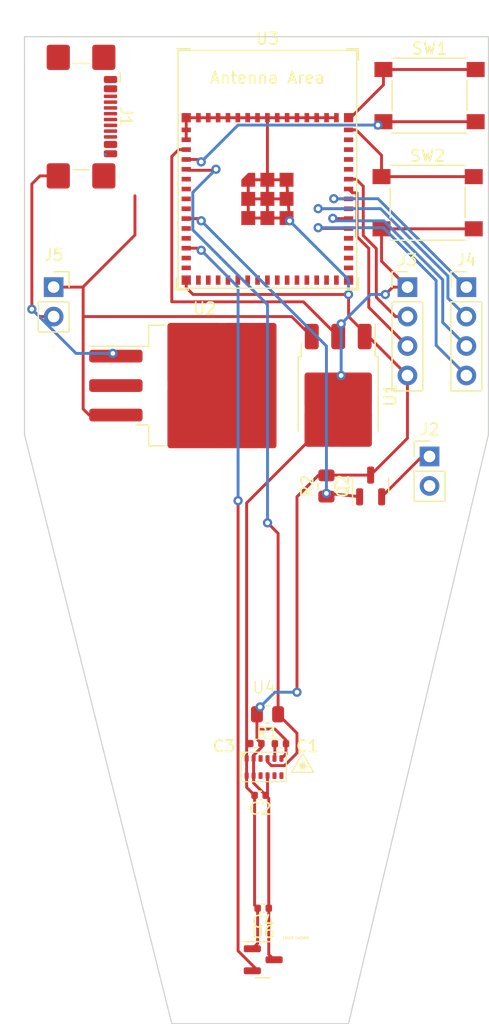
<source format=kicad_pcb>
(kicad_pcb (version 20221018) (generator pcbnew)
  (layers (0 "F.Cu" signal) (31 "B.Cu" signal) (34 "B.Paste" user) (35 "F.Paste" user) (36 "B.SilkS" user "B.Silkscreen") (37 "F.SilkS" user "F.Silkscreen") (38 "B.Mask" user) (39 "F.Mask" user) (44 "Edge.Cuts" user))
  (net 0 "")
  (net 1 "GND")
  (net 2 "+3.3V")
  (net 3 "VIN")
  (net 4 "Net-(D1-A)")
  (net 7 "+5V")
  (net 8 "RX")
  (net 9 "TX")
  (net 10 "TMS")
  (net 11 "TDI")
  (net 12 "TDO")
  (net 13 "TCK")
  (net 14 "Enable_Motor")
  (net 15 "Enable")
  (net 16 "Net-(U3-GPIO0{slash}BOOT)")
  (net 17 "Net-(SW2-A)")
  (net 18 "SCL")
  (net 19 "SDA")
  (net 20 "GPIO0")
  (net 21 "GPIO1")
  (net 24 "Hall_Effect_Sensor")
  (net 34 "D-")
  (net 35 "D+")
  (net 48 "Net-(Q2-E)")
  (footprint "Resistor_SMD:R_0805_2012Metric" (layer "F.Cu") (at 134.62 93.98 180)
    (fp_text reference "R1" (at 0 -1.65) (layer "F.SilkS"))
    (fp_text value "1Mohm")
    (pad "1" smd roundrect (at -0.9125 0 180) (size 1.025 1.4) (layers "F.Cu" "F.Paste" "F.Mask") (roundrect_rratio 0.243902) (net 15 "Enable"))
    (pad "2" smd roundrect (at 0.9125 0 180) (size 1.025 1.4) (layers "F.Cu" "F.Paste" "F.Mask") (roundrect_rratio 0.243902) (net 1 "GND"))
  )
  (footprint "Connector_PinHeader_2.54mm:PinHeader_1x04_P2.54mm_Vertical" (layer "F.Cu") (at 146.685 57.15)
    (fp_text reference "J3" (at 0 -2.33) (layer "F.SilkS"))
    (fp_text value "UART")
    (pad "1" thru_hole rect (at 0 0) (size 1.7 1.7) (drill 1) (layers "*.Cu" "*.Mask") (net 2 "+3.3V"))
    (pad "2" thru_hole oval (at 0 2.54) (size 1.7 1.7) (drill 1) (layers "*.Cu" "*.Mask") (net 8 "RX"))
    (pad "3" thru_hole oval (at 0 5.08) (size 1.7 1.7) (drill 1) (layers "*.Cu" "*.Mask") (net 9 "TX"))
    (pad "4" thru_hole oval (at 0 7.62) (size 1.7 1.7) (drill 1) (layers "*.Cu" "*.Mask") (net 1 "GND"))
  )
  (footprint "Capacitor_SMD:C_0402_1005Metric" (layer "F.Cu") (at 134.2475 110.696 180)
    (fp_text reference "C4" (at 0 -1.16) (layer "F.SilkS"))
    (fp_text value " X7R 0.1 μF 6.3 V")
    (pad "1" smd roundrect (at -0.48 0 180) (size 0.56 0.62) (layers "F.Cu" "F.Paste" "F.Mask") (net 1 "GND"))
    (pad "2" smd roundrect (at 0.48 0 180) (size 0.56 0.62) (layers "F.Cu" "F.Paste" "F.Mask") (net 2 "+3.3V"))
  )
  (footprint "Capacitor_SMD:C_0402_1005Metric" (layer "F.Cu") (at 133.6125 96.499951 180)
    (fp_text reference "C3" (at 2.739856 -0.226049) (layer "F.SilkS"))
    (fp_text value " X7R 0.1 μF 6.3 V")
    (pad "1" smd roundrect (at -0.48 0 180) (size 0.56 0.62) (layers "F.Cu" "F.Paste" "F.Mask") (net 1 "GND"))
    (pad "2" smd roundrect (at 0.48 0 180) (size 0.56 0.62) (layers "F.Cu" "F.Paste" "F.Mask") (net 2 "+3.3V"))
  )
  (footprint "Connector_USB:USB_C_Receptacle_GCT_USB4110" (layer "F.Cu") (at 117.401529 42.451802 -90)
    (fp_text reference "J1" (at 0 -5.015 -90 unlocked) (layer "F.SilkS"))
    (fp_text value "USB_C_Receptacle_USB2.0")
    (pad "" np_thru_hole circle (at -2.89 -2.605 270) (size 0.65 0.65) (drill 0.65) (layers "F&B.Cu" "*.Mask"))
    (pad "" np_thru_hole circle (at 2.89 -2.605 270) (size 0.65 0.65) (drill 0.65) (layers "F&B.Cu" "*.Mask"))
    (pad "A1" smd roundrect (at -3.2 -3.68 270) (size 0.6 1.15) (layers "F.Cu" "F.Paste" "F.Mask") (net 1 "GND"))
    (pad "A4" smd roundrect (at -2.4 -3.68 270) (size 0.6 1.15) (layers "F.Cu" "F.Paste" "F.Mask") (net 4 "Net-(D1-A)"))
    (pad "A5" smd roundrect (at -1.25 -3.68 270) (size 0.3 1.15) (layers "F.Cu" "F.Paste" "F.Mask"))
    (pad "A6" smd roundrect (at -0.25 -3.68 270) (size 0.3 1.15) (layers "F.Cu" "F.Paste" "F.Mask") (net 35 "D+"))
    (pad "A7" smd roundrect (at 0.25 -3.68 270) (size 0.3 1.15) (layers "F.Cu" "F.Paste" "F.Mask") (net 34 "D-"))
    (pad "A8" smd roundrect (at 1.25 -3.68 270) (size 0.3 1.15) (layers "F.Cu" "F.Paste" "F.Mask"))
    (pad "A9" smd roundrect (at 2.4 -3.68 270) (size 0.6 1.15) (layers "F.Cu" "F.Paste" "F.Mask") (net 4 "Net-(D1-A)"))
    (pad "A12" smd roundrect (at 3.2 -3.68 270) (size 0.6 1.15) (layers "F.Cu" "F.Paste" "F.Mask") (net 1 "GND"))
    (pad "B1" smd roundrect (at 3.2 -3.68 270) (size 0.6 1.15) (layers "F.Cu" "F.Paste" "F.Mask") (net 1 "GND"))
    (pad "B4" smd roundrect (at 2.4 -3.68 270) (size 0.6 1.15) (layers "F.Cu" "F.Paste" "F.Mask") (net 4 "Net-(D1-A)"))
    (pad "B5" smd roundrect (at 1.75 -3.68 270) (size 0.3 1.15) (layers "F.Cu" "F.Paste" "F.Mask"))
    (pad "B6" smd roundrect (at 0.75 -3.68 270) (size 0.3 1.15) (layers "F.Cu" "F.Paste" "F.Mask") (net 35 "D+"))
    (pad "B7" smd roundrect (at -0.75 -3.68 270) (size 0.3 1.15) (layers "F.Cu" "F.Paste" "F.Mask") (net 34 "D-"))
    (pad "B8" smd roundrect (at -1.75 -3.68 270) (size 0.3 1.15) (layers "F.Cu" "F.Paste" "F.Mask"))
    (pad "B9" smd roundrect (at -2.4 -3.68 270) (size 0.6 1.15) (layers "F.Cu" "F.Paste" "F.Mask") (net 4 "Net-(D1-A)"))
    (pad "B12" smd roundrect (at -3.2 -3.68 270) (size 0.6 1.15) (layers "F.Cu" "F.Paste" "F.Mask") (net 1 "GND"))
    (pad "S1" smd roundrect (at -5.11 -3.105 270) (size 2.18 2) (layers "F.Cu" "F.Paste" "F.Mask") (roundrect_rratio 0.125) (net 1 "GND"))
    (pad "S1" smd roundrect (at -5.11 0.825 270) (size 2.18 2) (layers "F.Cu" "F.Paste" "F.Mask") (roundrect_rratio 0.125) (net 1 "GND"))
    (pad "S1" smd roundrect (at 5.11 -3.105 270) (size 2.18 2) (layers "F.Cu" "F.Paste" "F.Mask") (roundrect_rratio 0.125) (net 1 "GND"))
    (pad "S1" smd roundrect (at 5.11 0.825 270) (size 2.18 2) (layers "F.Cu" "F.Paste" "F.Mask") (roundrect_rratio 0.125) (net 1 "GND"))
  )
  (footprint "Package_TO_SOT_SMD:TO-263-3_TabPin2" (layer "F.Cu") (at 129.195 65.64)
    (fp_text reference "U2" (at 0 -6.65) (layer "F.SilkS"))
    (fp_text value "LM1117S-5.0")
    (pad "1" smd roundrect (at -7.65 -2.54) (size 4.6 1.1) (layers "F.Cu" "F.Paste" "F.Mask") (roundrect_rratio 0.227273) (net 1 "GND"))
    (pad "2" smd roundrect (at -7.65 0) (size 4.6 1.1) (layers "F.Cu" "F.Paste" "F.Mask") (roundrect_rratio 0.227273) (net 7 "+5V"))
    (pad "2" smd roundrect (at -0.925 -2.775) (size 4.55 5.25) (layers "F.Cu" "F.Paste") (roundrect_rratio 0.054945) (net 7 "+5V"))
    (pad "2" smd roundrect (at -0.925 2.775) (size 4.55 5.25) (layers "F.Cu" "F.Paste") (roundrect_rratio 0.054945) (net 7 "+5V"))
    (pad "2" smd roundrect (at 1.5 0) (size 9.4 10.8) (layers "F.Cu" "F.Mask") (roundrect_rratio 0.026596) (net 7 "+5V"))
    (pad "2" smd roundrect (at 3.925 -2.775) (size 4.55 5.25) (layers "F.Cu" "F.Paste") (roundrect_rratio 0.054945) (net 7 "+5V"))
    (pad "2" smd roundrect (at 3.925 2.775) (size 4.55 5.25) (layers "F.Cu" "F.Paste") (roundrect_rratio 0.054945) (net 7 "+5V"))
    (pad "3" smd roundrect (at -7.65 2.54) (size 4.6 1.1) (layers "F.Cu" "F.Paste" "F.Mask") (roundrect_rratio 0.227273) (net 3 "VIN"))
  )
  (footprint "Connector_PinHeader_2.54mm:PinHeader_1x04_P2.54mm_Vertical" (layer "F.Cu") (at 151.765 57.15)
    (fp_text reference "J4" (at 0 -2.33) (layer "F.SilkS"))
    (fp_text value "JTAG")
    (pad "1" thru_hole rect (at 0 0) (size 1.7 1.7) (drill 1) (layers "*.Cu" "*.Mask") (net 10 "TMS"))
    (pad "2" thru_hole oval (at 0 2.54) (size 1.7 1.7) (drill 1) (layers "*.Cu" "*.Mask") (net 11 "TDI"))
    (pad "3" thru_hole oval (at 0 5.08) (size 1.7 1.7) (drill 1) (layers "*.Cu" "*.Mask") (net 12 "TDO"))
    (pad "4" thru_hole oval (at 0 7.62) (size 1.7 1.7) (drill 1) (layers "*.Cu" "*.Mask") (net 13 "TCK"))
  )
  (footprint "Capacitor_SMD:C_0402_1005Metric" (layer "F.Cu") (at 135.732073 96.51147 180)
    (fp_text reference "C1" (at -2.325427 -0.21453) (layer "F.SilkS"))
    (fp_text value " X7R 0.1 μF 6.3 V")
    (pad "1" smd roundrect (at -0.48 0 180) (size 0.56 0.62) (layers "F.Cu" "F.Paste" "F.Mask") (net 1 "GND"))
    (pad "2" smd roundrect (at 0.48 0 180) (size 0.56 0.62) (layers "F.Cu" "F.Paste" "F.Mask") (net 2 "+3.3V"))
  )
  (footprint "Package_TO_SOT_SMD:TO-252-3_TabPin2" (layer "F.Cu") (at 140.715 66.455 -90)
    (fp_text reference "U1" (at 0 -4.5 90) (layer "F.SilkS"))
    (fp_text value "LM1117DT-3.3")
    (pad "1" smd roundrect (at -5.04 -2.28 270) (size 2.2 1.2) (layers "F.Cu" "F.Paste" "F.Mask") (roundrect_rratio 0.208333) (net 1 "GND"))
    (pad "2" smd roundrect (at -5.04 0 270) (size 2.2 1.2) (layers "F.Cu" "F.Paste" "F.Mask") (roundrect_rratio 0.208333) (net 2 "+3.3V"))
    (pad "2" smd roundrect (at -0.415 -1.525 270) (size 3.05 2.75) (layers "F.Cu" "F.Paste") (roundrect_rratio 0.090909) (net 2 "+3.3V"))
    (pad "2" smd roundrect (at -0.415 1.525 270) (size 3.05 2.75) (layers "F.Cu" "F.Paste") (roundrect_rratio 0.090909) (net 2 "+3.3V"))
    (pad "2" smd roundrect (at 1.26 0 270) (size 6.4 5.8) (layers "F.Cu" "F.Mask") (roundrect_rratio 0.043103) (net 2 "+3.3V"))
    (pad "2" smd roundrect (at 2.935 -1.525 270) (size 3.05 2.75) (layers "F.Cu" "F.Paste") (roundrect_rratio 0.090909) (net 2 "+3.3V"))
    (pad "2" smd roundrect (at 2.935 1.525 270) (size 3.05 2.75) (layers "F.Cu" "F.Paste") (roundrect_rratio 0.090909) (net 2 "+3.3V"))
    (pad "3" smd roundrect (at -5.04 2.28 270) (size 2.2 1.2) (layers "F.Cu" "F.Paste" "F.Mask") (roundrect_rratio 0.208333) (net 3 "VIN"))
  )
  (footprint "Capacitor_SMD:C_0402_1005Metric" (layer "F.Cu") (at 133.985 100.965 180)
    (fp_text reference "C2" (at 0 -1.16) (layer "F.SilkS"))
    (fp_text value " X7R 0.1 μF 6.3 V")
    (pad "1" smd roundrect (at -0.48 0 180) (size 0.56 0.62) (layers "F.Cu" "F.Paste" "F.Mask") (net 1 "GND"))
    (pad "2" smd roundrect (at 0.48 0 180) (size 0.56 0.62) (layers "F.Cu" "F.Paste" "F.Mask") (net 2 "+3.3V"))
  )
  (footprint "Package_TO_SOT_SMD:SOT-23" (layer "F.Cu") (at 143.51 74.295 90)
    (fp_text reference "Q2" (at 0 -2.4 90) (layer "F.SilkS"))
    (fp_text value "BC847")
    (pad "1" smd roundrect (at -0.9375 -0.95 90) (size 1.475 0.6) (layers "F.Cu" "F.Paste" "F.Mask") (net 14 "Enable_Motor"))
    (pad "2" smd roundrect (at -0.9375 0.95 90) (size 1.475 0.6) (layers "F.Cu" "F.Paste" "F.Mask") (net 48 "Net-(Q2-E)"))
    (pad "3" smd roundrect (at 0.9375 0 90) (size 1.475 0.6) (layers "F.Cu" "F.Paste" "F.Mask") (net 1 "GND"))
  )
  (footprint "Package_TO_SOT_SMD:SOT-23" (layer "F.Cu") (at 134.2475 115.141)
    (fp_text reference "U6" (at 0 -2.4) (layer "F.SilkS"))
    (fp_text value "DRV5055A2xDBZxQ1")
    (pad "1" smd roundrect (at -0.9375 -0.95) (size 1.475 0.6) (layers "F.Cu" "F.Paste" "F.Mask") (net 2 "+3.3V"))
    (pad "2" smd roundrect (at -0.9375 0.95) (size 1.475 0.6) (layers "F.Cu" "F.Paste" "F.Mask") (net 24 "Hall_Effect_Sensor"))
    (pad "3" smd roundrect (at 0.9375 0) (size 1.475 0.6) (layers "F.Cu" "F.Paste" "F.Mask") (net 1 "GND"))
  )
  (footprint "PCM_Espressif:ESP32-S3-MINI-1" (layer "F.Cu") (at 134.61 49.545)
    (fp_text reference "U3" (at 0 -13.8) (layer "F.SilkS"))
    (fp_text value "ESP32-S3-MINI-1")
    (fp_text user "Antenna Area" (at 0 -10.45) (layer "F.SilkS"))
    (pad "1" smd rect (at -7 -5.95 90) (size 0.4 0.8) (layers "F.Cu" "F.Paste" "F.Mask") (net 1 "GND"))
    (pad "2" smd rect (at -7 -5.1 90) (size 0.4 0.8) (layers "F.Cu" "F.Paste" "F.Mask") (net 1 "GND"))
    (pad "3" smd rect (at -7 -4.25 90) (size 0.4 0.8) (layers "F.Cu" "F.Paste" "F.Mask") (net 2 "+3.3V"))
    (pad "4" smd rect (at -7 -3.4 90) (size 0.4 0.8) (layers "F.Cu" "F.Paste" "F.Mask") (net 16 "Net-(U3-GPIO0{slash}BOOT)"))
    (pad "5" smd rect (at -7 -2.55 90) (size 0.4 0.8) (layers "F.Cu" "F.Paste" "F.Mask") (net 15 "Enable"))
    (pad "6" smd rect (at -7 -1.7 90) (size 0.4 0.8) (layers "F.Cu" "F.Paste" "F.Mask") (net 18 "SCL"))
    (pad "7" smd rect (at -7 -0.85 90) (size 0.4 0.8) (layers "F.Cu" "F.Paste" "F.Mask") (net 19 "SDA"))
    (pad "8" smd rect (at -7 0 90) (size 0.4 0.8) (layers "F.Cu" "F.Paste" "F.Mask") (net 20 "GPIO0"))
    (pad "9" smd rect (at -7 0.85 90) (size 0.4 0.8) (layers "F.Cu" "F.Paste" "F.Mask") (net 21 "GPIO1"))
    (pad "10" smd rect (at -7 1.7 90) (size 0.4 0.8) (layers "F.Cu" "F.Paste" "F.Mask") (net 14 "Enable_Motor"))
    (pad "11" smd rect (at -7 2.55 90) (size 0.4 0.8) (layers "F.Cu" "F.Paste" "F.Mask"))
    (pad "12" smd rect (at -7 3.4 90) (size 0.4 0.8) (layers "F.Cu" "F.Paste" "F.Mask"))
    (pad "13" smd rect (at -7 4.25 90) (size 0.4 0.8) (layers "F.Cu" "F.Paste" "F.Mask") (net 24 "Hall_Effect_Sensor"))
    (pad "14" smd rect (at -7 5.1 90) (size 0.4 0.8) (layers "F.Cu" "F.Paste" "F.Mask"))
    (pad "15" smd rect (at -7 5.95 90) (size 0.4 0.8) (layers "F.Cu" "F.Paste" "F.Mask"))
    (pad "16" smd rect (at -5.95 7) (size 0.4 0.8) (layers "F.Cu" "F.Paste" "F.Mask"))
    (pad "17" smd rect (at -5.1 7) (size 0.4 0.8) (layers "F.Cu" "F.Paste" "F.Mask"))
    (pad "18" smd rect (at -4.25 7) (size 0.4 0.8) (layers "F.Cu" "F.Paste" "F.Mask"))
    (pad "19" smd rect (at -3.4 7) (size 0.4 0.8) (layers "F.Cu" "F.Paste" "F.Mask"))
    (pad "20" smd rect (at -2.55 7) (size 0.4 0.8) (layers "F.Cu" "F.Paste" "F.Mask"))
    (pad "21" smd rect (at -1.7 7) (size 0.4 0.8) (layers "F.Cu" "F.Paste" "F.Mask"))
    (pad "22" smd rect (at -0.85 7) (size 0.4 0.8) (layers "F.Cu" "F.Paste" "F.Mask"))
    (pad "23" smd rect (at 0 7) (size 0.4 0.8) (layers "F.Cu" "F.Paste" "F.Mask") (net 34 "D-"))
    (pad "24" smd rect (at 0.85 7) (size 0.4 0.8) (layers "F.Cu" "F.Paste" "F.Mask") (net 35 "D+"))
    (pad "25" smd rect (at 1.7 7) (size 0.4 0.8) (layers "F.Cu" "F.Paste" "F.Mask"))
    (pad "26" smd rect (at 2.55 7) (size 0.4 0.8) (layers "F.Cu" "F.Paste" "F.Mask"))
    (pad "27" smd rect (at 3.4 7) (size 0.4 0.8) (layers "F.Cu" "F.Paste" "F.Mask"))
    (pad "28" smd rect (at 4.25 7) (size 0.4 0.8) (layers "F.Cu" "F.Paste" "F.Mask"))
    (pad "29" smd rect (at 5.1 7) (size 0.4 0.8) (layers "F.Cu" "F.Paste" "F.Mask"))
    (pad "30" smd rect (at 5.95 7) (size 0.4 0.8) (layers "F.Cu" "F.Paste" "F.Mask"))
    (pad "31" smd rect (at 7 5.95 90) (size 0.4 0.8) (layers "F.Cu" "F.Paste" "F.Mask"))
    (pad "32" smd rect (at 7 5.1 90) (size 0.4 0.8) (layers "F.Cu" "F.Paste" "F.Mask"))
    (pad "33" smd rect (at 7 4.25 90) (size 0.4 0.8) (layers "F.Cu" "F.Paste" "F.Mask"))
    (pad "34" smd rect (at 7 3.4 90) (size 0.4 0.8) (layers "F.Cu" "F.Paste" "F.Mask"))
    (pad "35" smd rect (at 7 2.55 90) (size 0.4 0.8) (layers "F.Cu" "F.Paste" "F.Mask") (net 13 "TCK"))
    (pad "36" smd rect (at 7 1.7 90) (size 0.4 0.8) (layers "F.Cu" "F.Paste" "F.Mask") (net 12 "TDO"))
    (pad "37" smd rect (at 7 0.85 90) (size 0.4 0.8) (layers "F.Cu" "F.Paste" "F.Mask") (net 11 "TDI"))
    (pad "38" smd rect (at 7 0 90) (size 0.4 0.8) (layers "F.Cu" "F.Paste" "F.Mask") (net 10 "TMS"))
    (pad "39" smd rect (at 7 -0.85 90) (size 0.4 0.8) (layers "F.Cu" "F.Paste" "F.Mask") (net 9 "TX"))
    (pad "40" smd rect (at 7 -1.7 90) (size 0.4 0.8) (layers "F.Cu" "F.Paste" "F.Mask") (net 8 "RX"))
    (pad "41" smd rect (at 7 -2.55 90) (size 0.4 0.8) (layers "F.Cu" "F.Paste" "F.Mask"))
    (pad "42" smd rect (at 7 -3.4 90) (size 0.4 0.8) (layers "F.Cu" "F.Paste" "F.Mask") (net 1 "GND"))
    (pad "43" smd rect (at 7 -4.25 90) (size 0.4 0.8) (layers "F.Cu" "F.Paste" "F.Mask") (net 1 "GND"))
    (pad "44" smd rect (at 7 -5.1 90) (size 0.4 0.8) (layers "F.Cu" "F.Paste" "F.Mask"))
    (pad "45" smd rect (at 7 -5.95 90) (size 0.4 0.8) (layers "F.Cu" "F.Paste" "F.Mask") (net 17 "Net-(SW2-A)"))
    (pad "46" smd rect (at 5.95 -7) (size 0.4 0.8) (layers "F.Cu" "F.Paste" "F.Mask") (net 1 "GND"))
    (pad "47" smd rect (at 5.1 -7) (size 0.4 0.8) (layers "F.Cu" "F.Paste" "F.Mask") (net 1 "GND"))
    (pad "48" smd rect (at 4.25 -7) (size 0.4 0.8) (layers "F.Cu" "F.Paste" "F.Mask") (net 1 "GND"))
    (pad "49" smd rect (at 3.4 -7) (size 0.4 0.8) (layers "F.Cu" "F.Paste" "F.Mask") (net 1 "GND"))
    (pad "50" smd rect (at 2.55 -7) (size 0.4 0.8) (layers "F.Cu" "F.Paste" "F.Mask") (net 1 "GND"))
    (pad "51" smd rect (at 1.7 -7) (size 0.4 0.8) (layers "F.Cu" "F.Paste" "F.Mask") (net 1 "GND"))
    (pad "52" smd rect (at 0.85 -7) (size 0.4 0.8) (layers "F.Cu" "F.Paste" "F.Mask") (net 1 "GND"))
    (pad "53" smd rect (at 0 -7) (size 0.4 0.8) (layers "F.Cu" "F.Paste" "F.Mask") (net 1 "GND"))
    (pad "54" smd rect (at -0.85 -7) (size 0.4 0.8) (layers "F.Cu" "F.Paste" "F.Mask") (net 1 "GND"))
    (pad "55" smd rect (at -1.7 -7) (size 0.4 0.8) (layers "F.Cu" "F.Paste" "F.Mask") (net 1 "GND"))
    (pad "56" smd rect (at -2.55 -7) (size 0.4 0.8) (layers "F.Cu" "F.Paste" "F.Mask") (net 1 "GND"))
    (pad "57" smd rect (at -3.4 -7) (size 0.4 0.8) (layers "F.Cu" "F.Paste" "F.Mask") (net 1 "GND"))
    (pad "58" smd rect (at -4.25 -7) (size 0.4 0.8) (layers "F.Cu" "F.Paste" "F.Mask") (net 1 "GND"))
    (pad "59" smd rect (at -5.1 -7) (size 0.4 0.8) (layers "F.Cu" "F.Paste" "F.Mask") (net 1 "GND"))
    (pad "60" smd rect (at -5.95 -7) (size 0.4 0.8) (layers "F.Cu" "F.Paste" "F.Mask") (net 1 "GND"))
    (pad "61" smd custom (at -1.65 -1.65) (size 0.6 0.6) (layers "F.Cu" "F.Paste" "F.Mask") (net 1 "GND") (options (clearance outline) (anchor rect)) (primitives (gr_poly (pts (xy 0.6 0.6) (xy -0.6 0.6) (xy -0.6 0) (xy 0 -0.6) (xy 0.6 -0.6)) (width 0) (fill yes))))
    (pad "61" smd rect (at -1.65 0) (size 1.2 1.2) (layers "F.Cu" "F.Paste" "F.Mask") (net 1 "GND"))
    (pad "61" smd rect (at -1.65 1.65) (size 1.2 1.2) (layers "F.Cu" "F.Paste" "F.Mask") (net 1 "GND"))
    (pad "61" smd rect (at 0 -1.65) (size 1.2 1.2) (layers "F.Cu" "F.Paste" "F.Mask") (net 1 "GND"))
    (pad "61" smd rect (at 0 0) (size 1.2 1.2) (layers "F.Cu" "F.Paste" "F.Mask") (net 1 "GND"))
    (pad "61" smd rect (at 0 1.65) (size 1.2 1.2) (layers "F.Cu" "F.Paste" "F.Mask") (net 1 "GND"))
    (pad "61" smd rect (at 1.65 -1.65) (size 1.2 1.2) (layers "F.Cu" "F.Paste" "F.Mask") (net 1 "GND"))
    (pad "61" smd rect (at 1.65 0) (size 1.2 1.2) (layers "F.Cu" "F.Paste" "F.Mask") (net 1 "GND"))
    (pad "61" smd rect (at 1.65 1.65) (size 1.2 1.2) (layers "F.Cu" "F.Paste" "F.Mask") (net 1 "GND"))
    (pad "62" smd rect (at -7 -7 180) (size 0.8 0.8) (layers "F.Cu" "F.Paste" "F.Mask") (net 1 "GND"))
    (pad "63" smd rect (at -7 7 180) (size 0.8 0.8) (layers "F.Cu" "F.Paste" "F.Mask") (net 1 "GND"))
    (pad "64" smd rect (at 7 7 180) (size 0.8 0.8) (layers "F.Cu" "F.Paste" "F.Mask") (net 1 "GND"))
    (pad "65" smd rect (at 7 -7 180) (size 0.8 0.8) (layers "F.Cu" "F.Paste" "F.Mask") (net 1 "GND"))
  )
  (footprint "Resistor_SMD:R_0805_2012Metric" (layer "F.Cu") (at 139.7 74.295 90)
    (fp_text reference "R2" (at 0 -1.65 90) (layer "F.SilkS"))
    (fp_text value "1Mohm")
    (pad "1" smd roundrect (at -0.9125 0 90) (size 1.025 1.4) (layers "F.Cu" "F.Paste" "F.Mask") (roundrect_rratio 0.243902) (net 14 "Enable_Motor"))
    (pad "2" smd roundrect (at 0.9125 0 90) (size 1.025 1.4) (layers "F.Cu" "F.Paste" "F.Mask") (roundrect_rratio 0.243902) (net 1 "GND"))
  )
  (footprint "Button_Switch_SMD:SW_Push_1P1T_NO_6x6mm_H9.5mm" (layer "F.Cu") (at 148.59 40.64)
    (fp_text reference "SW1" (at 0 -4.05) (layer "F.SilkS"))
    (fp_text value "BOOT")
    (pad "1" smd rect (at -3.975 -2.25) (size 1.55 1.3) (layers "F.Cu" "F.Paste" "F.Mask") (net 1 "GND"))
    (pad "1" smd rect (at 3.975 -2.25) (size 1.55 1.3) (layers "F.Cu" "F.Paste" "F.Mask") (net 1 "GND"))
    (pad "2" smd rect (at -3.975 2.25) (size 1.55 1.3) (layers "F.Cu" "F.Paste" "F.Mask") (net 16 "Net-(U3-GPIO0{slash}BOOT)"))
    (pad "2" smd rect (at 3.975 2.25) (size 1.55 1.3) (layers "F.Cu" "F.Paste" "F.Mask") (net 16 "Net-(U3-GPIO0{slash}BOOT)"))
  )
  (footprint "Button_Switch_SMD:SW_Push_1P1T_NO_6x6mm_H9.5mm" (layer "F.Cu") (at 148.425 49.875)
    (fp_text reference "SW2" (at 0 -4.05) (layer "F.SilkS"))
    (fp_text value "RESET")
    (pad "1" smd rect (at -3.975 -2.25) (size 1.55 1.3) (layers "F.Cu" "F.Paste" "F.Mask") (net 17 "Net-(SW2-A)"))
    (pad "1" smd rect (at 3.975 -2.25) (size 1.55 1.3) (layers "F.Cu" "F.Paste" "F.Mask") (net 17 "Net-(SW2-A)"))
    (pad "2" smd rect (at -3.975 2.25) (size 1.55 1.3) (layers "F.Cu" "F.Paste" "F.Mask") (net 2 "+3.3V"))
    (pad "2" smd rect (at 3.975 2.25) (size 1.55 1.3) (layers "F.Cu" "F.Paste" "F.Mask") (net 2 "+3.3V"))
  )
  (footprint "Connector_PinHeader_2.54mm:PinHeader_1x02_P2.54mm_Vertical" (layer "F.Cu") (at 148.59 71.75)
    (fp_text reference "J2" (at 0 -2.33) (layer "F.SilkS"))
    (fp_text value "Motor")
    (pad "1" thru_hole rect (at 0 0) (size 1.7 1.7) (drill 1) (layers "*.Cu" "*.Mask") (net 48 "Net-(Q2-E)"))
    (pad "2" thru_hole oval (at 0 2.54) (size 1.7 1.7) (drill 1) (layers "*.Cu" "*.Mask") (net 7 "+5V"))
  )
  (footprint "ToF:TMF8805" (layer "F.Cu") (at 134.316857 92.16647)
    (fp_text reference "U4" (at 0 -0.5 unlocked) (layer "F.SilkS") (effects (font (thickness 0.1))))
    (fp_text value "~")
    (fp_text user "LASER HAZARD" (at 1.612023 21.213177 unlocked) (layer "F.SilkS") (effects (font (size 0.2 0.2) (thickness 0.05)) (justify left bottom)))
    (pad "1" smd roundrect (at -1.496857 7.09953 180) (size 0.35 0.575) (layers "F.Cu" "F.Paste" "F.Mask") (net 2 "+3.3V"))
    (pad "2" smd roundrect (at -0.896857 7.09953 180) (size 0.35 0.575) (layers "F.Cu" "F.Paste" "F.Mask") (net 1 "GND"))
    (pad "3" smd roundrect (at -0.296857 7.09953 180) (size 0.35 0.575) (layers "F.Cu" "F.Paste" "F.Mask") (net 21 "GPIO1"))
    (pad "4" smd roundrect (at 0.303143 7.09953 180) (size 0.35 0.575) (layers "F.Cu" "F.Paste" "F.Mask") (net 1 "GND"))
    (pad "5" smd roundrect (at 0.903143 7.09953 180) (size 0.35 0.575) (layers "F.Cu" "F.Paste" "F.Mask") (net 18 "SCL"))
    (pad "6" smd roundrect (at 1.503143 7.09953 180) (size 0.35 0.575) (layers "F.Cu" "F.Paste" "F.Mask") (net 19 "SDA"))
    (pad "7" smd roundrect (at 1.503143 5.62353 180) (size 0.35 0.575) (layers "F.Cu" "F.Paste" "F.Mask") (net 1 "GND"))
    (pad "8" smd roundrect (at 0.903143 5.62353 180) (size 0.35 0.575) (layers "F.Cu" "F.Paste" "F.Mask") (net 2 "+3.3V"))
    (pad "9" smd roundrect (at 0.303143 5.62353 180) (size 0.35 0.575) (layers "F.Cu" "F.Paste" "F.Mask") (net 15 "Enable"))
    (pad "10" smd roundrect (at -0.296857 5.62353 180) (size 0.35 0.575) (layers "F.Cu" "F.Paste" "F.Mask") (net 20 "GPIO0"))
    (pad "11" smd roundrect (at -0.896857 5.62353 180) (size 0.35 0.575) (layers "F.Cu" "F.Paste" "F.Mask") (net 1 "GND"))
    (pad "12" smd roundrect (at -1.496857 5.62353 180) (size 0.35 0.575) (layers "F.Cu" "F.Paste" "F.Mask") (net 2 "+3.3V"))
  )
  (footprint "Connector_PinSocket_2.54mm:PinSocket_1x02_P2.54mm_Vertical" (layer "F.Cu") (at 116.18 57.15)
    (fp_text reference "J5" (at 0 -2.77) (layer "F.SilkS"))
    (fp_text value "VIN")
    (pad "1" thru_hole rect (at 0 0) (size 1.7 1.7) (drill 1) (layers "*.Cu" "*.Mask") (net 3 "VIN"))
    (pad "2" thru_hole oval (at 0 2.54) (size 1.7 1.7) (drill 1) (layers "*.Cu" "*.Mask") (net 1 "GND"))
  )
  (gr_poly (pts (xy 113.665 35.56) (xy 153.67 35.56) (xy 153.67 69.85) (xy 141.605 120.65) (xy 126.365 120.65) (xy 113.665 69.85)) (stroke (width 0.1)) (fill none) (layer "Edge.Cuts"))
  (segment (start 134.0925 96.844212) (end 133.42 97.516712) (width 0.25) (layer "F.Cu") (net 1))
  (segment (start 127.61 44.445) (end 127.61 42.545) (width 0.25) (layer "F.Cu") (net 1))
  (segment (start 146.685 64.77) (end 141.61 59.695) (width 0.25) (layer "F.Cu") (net 1))
  (segment (start 133.42 99.90851) (end 134.465 100.95351) (width 0.25) (layer "F.Cu") (net 1))
  (segment (start 136.26 47.895) (end 136.525 51.435) (width 0.25) (layer "F.Cu") (net 1))
  (segment (start 141.605 57.785) (end 141.61 57.78) (width 0.25) (layer "F.Cu") (net 1))
  (segment (start 133.42 99.266) (end 133.42 99.90851) (width 0.25) (layer "F.Cu") (net 1))
  (segment (start 132.96 51.195) (end 136.26 51.195) (width 0.25) (layer "F.Cu") (net 1))
  (segment (start 114.3 48.26) (end 114.998198 47.561802) (width 0.25) (layer "F.Cu") (net 1))
  (segment (start 141.786778 42.545) (end 141.61 42.545) (width 0.25) (layer "F.Cu") (net 1))
  (segment (start 136.212073 96.51147) (end 136.212073 97.397927) (width 0.25) (layer "F.Cu") (net 1))
  (segment (start 139 73.3825) (end 137.16 75.2225) (width 0.25) (layer "F.Cu") (net 1))
  (segment (start 139.7 73.3825) (end 139 73.3825) (width 0.25) (layer "F.Cu") (net 1))
  (segment (start 132.96 49.545) (end 136.26 49.545) (width 0.25) (layer "F.Cu") (net 1))
  (segment (start 134.7275 101.2275) (end 134.465 100.965) (width 0.25) (layer "F.Cu") (net 1))
  (segment (start 140.56 42.545) (end 127.61 42.545) (width 0.25) (layer "F.Cu") (net 1))
  (segment (start 134.61 49.52) (end 134.62 49.53) (width 0.25) (layer "F.Cu") (net 1))
  (segment (start 134.62 100.81) (end 134.465 100.965) (width 0.25) (layer "F.Cu") (net 1))
  (segment (start 134.61 47.895) (end 134.61 42.545) (width 0.25) (layer "F.Cu") (net 1))
  (segment (start 114.998198 47.561802) (end 116.576529 47.561802) (width 0.25) (layer "F.Cu") (net 1))
  (segment (start 133.7075 96.114951) (end 134.0925 96.499951) (width 0.25) (layer "F.Cu") (net 1))
  (segment (start 114.935 59.69) (end 116.18 59.69) (width 0.25) (layer "F.Cu") (net 1))
  (segment (start 143.51 73.3575) (end 146.685 70.1825) (width 0.25) (layer "F.Cu") (net 1))
  (segment (start 137.16 75.2225) (end 137.16 92.075) (width 0.25) (layer "F.Cu") (net 1))
  (segment (start 144.615 38.39) (end 152.565 38.39) (width 0.25) (layer "F.Cu") (net 1))
  (segment (start 141.605 57.785) (end 128.2 57.785) (width 0.25) (layer "F.Cu") (net 1))
  (segment (start 146.685 70.1825) (end 146.685 64.77) (width 0.25) (layer "F.Cu") (net 1))
  (segment (start 132.96 47.895) (end 136.26 47.895) (width 0.25) (layer "F.Cu") (net 1))
  (segment (start 134.0925 96.499951) (end 134.0925 96.844212) (width 0.25) (layer "F.Cu") (net 1))
  (segment (start 143.51 73.3575) (end 139.725 73.3575) (width 0.25) (layer "F.Cu") (net 1))
  (segment (start 134.61 49.54) (end 134.61 51.195) (width 0.25) (layer "F.Cu") (net 1))
  (segment (start 141.61 57.79) (end 141.605 57.785) (width 0.25) (layer "F.Cu") (net 1))
  (segment (start 134.61 47.895) (end 134.61 49.52) (width 0.25) (layer "F.Cu") (net 1))
  (segment (start 134.7275 114.6835) (end 135.185 115.141) (width 0.25) (layer "F.Cu") (net 1))
  (segment (start 134.7275 110.696) (end 134.7275 101.2275) (width 0.25) (layer "F.Cu") (net 1))
  (segment (start 133.42 97.516712) (end 133.42 97.79) (width 0.25) (layer "F.Cu") (net 1))
  (segment (start 139.725 73.3575) (end 139.7 73.3825) (width 0.25) (layer "F.Cu") (net 1))
  (segment (start 127.61 57.195) (end 127.61 56.545) (width 0.25) (layer "F.Cu") (net 1))
  (segment (start 134.465 100.95351) (end 134.465 100.965) (width 0.25) (layer "F.Cu") (net 1))
  (segment (start 136.212073 97.397927) (end 135.82 97.79) (width 0.25) (layer "F.Cu") (net 1))
  (segment (start 136.212073 96.201471) (end 135.260602 95.25) (width 0.25) (layer "F.Cu") (net 1))
  (segment (start 134.62 49.53) (end 134.61 49.54) (width 0.25) (layer "F.Cu") (net 1))
  (segment (start 141.61 59.695) (end 141.61 57.79) (width 0.25) (layer "F.Cu") (net 1))
  (segment (start 133.7075 95.25) (end 133.7075 96.114951) (width 0.25) (layer "F.Cu") (net 1))
  (segment (start 114.3 59.055) (end 114.935 59.69) (width 0.25) (layer "F.Cu") (net 1))
  (segment (start 133.7075 93.98) (end 133.7075 95.25) (width 0.25) (layer "F.Cu") (net 1))
  (segment (start 144.615 38.39) (end 144.615 39.716778) (width 0.25) (layer "F.Cu") (net 1))
  (segment (start 114.3 59.055) (end 114.3 48.26) (width 0.25) (layer "F.Cu") (net 1))
  (segment (start 128.2 57.785) (end 127.61 57.195) (width 0.25) (layer "F.Cu") (net 1))
  (segment (start 134.62 99.266) (end 134.62 100.81) (width 0.25) (layer "F.Cu") (net 1))
  (segment (start 144.615 39.716778) (end 141.786778 42.545) (width 0.25) (layer "F.Cu") (net 1))
  (segment (start 136.525 51.435) (end 136.26 51.195) (width 0.25) (layer "F.Cu") (net 1))
  (segment (start 134.7275 110.696) (end 134.7275 114.6835) (width 0.25) (layer "F.Cu") (net 1))
  (segment (start 133.42 97.79) (end 133.42 99.266) (width 0.25) (layer "F.Cu") (net 1))
  (segment (start 136.212073 96.51147) (end 136.212073 96.201471) (width 0.25) (layer "F.Cu") (net 1))
  (segment (start 135.260602 95.25) (end 133.7075 95.25) (width 0.25) (layer "F.Cu") (net 1))
  (segment (start 141.61 57.78) (end 141.61 56.545) (width 0.25) (layer "F.Cu") (net 1))
  (segment (start 132.96 47.895) (end 132.96 51.195) (width 0.25) (layer "F.Cu") (net 1))
  (via (at 137.16 92.075) (size 0.8) (drill 0.4) (layers "F.Cu" "B.Cu") (net 1))
  (via (at 121.285 62.865) (size 0.8) (drill 0.4) (layers "F.Cu" "B.Cu") (net 1))
  (via (at 141.605 57.785) (size 0.8) (drill 0.4) (layers "F.Cu" "B.Cu") (net 1))
  (via (at 133.985 93.345) (size 0.8) (drill 0.4) (layers "F.Cu" "B.Cu") (net 1))
  (via (at 114.3 59.055) (size 0.8) (drill 0.4) (layers "F.Cu" "B.Cu") (net 1))
  (via (at 136.525 51.435) (size 0.8) (drill 0.4) (layers "F.Cu" "B.Cu") (net 1))
  (segment (start 120.640219 45.710219) (end 120.65 45.72) (width 0.25) (layer "B.Cu") (net 1))
  (segment (start 141.605 56.515) (end 136.525 51.435) (width 0.25) (layer "B.Cu") (net 1))
  (segment (start 121.285 62.865) (end 118.11 62.865) (width 0.25) (layer "B.Cu") (net 1))
  (segment (start 135.255 92.075) (end 133.985 93.345) (width 0.25) (layer "B.Cu") (net 1))
  (segment (start 118.11 62.865) (end 114.3 59.055) (width 0.25) (layer "B.Cu") (net 1))
  (segment (start 137.16 92.075) (end 135.255 92.075) (width 0.25) (layer "B.Cu") (net 1))
  (segment (start 141.605 57.785) (end 141.605 56.515) (width 0.25) (layer "B.Cu") (net 1))
  (segment (start 140.715 61.415) (end 137.72 58.42) (width 0.25) (layer "F.Cu") (net 2))
  (segment (start 133.7675 113.7335) (end 133.31 114.191) (width 0.25) (layer "F.Cu") (net 2))
  (segment (start 132.82 96.812451) (end 132.82 97.79) (width 0.25) (layer "F.Cu") (net 2))
  (segment (start 133.7675 110.696) (end 133.7675 113.7335) (width 0.25) (layer "F.Cu") (net 2))
  (segment (start 135.252073 96.51147) (end 135.252073 97.757927) (width 0.25) (layer "F.Cu") (net 2))
  (segment (start 144.45 54.915) (end 146.685 57.15) (width 0.25) (layer "F.Cu") (net 2))
  (segment (start 144.45 52.125) (end 144.45 54.915) (width 0.25) (layer "F.Cu") (net 2))
  (segment (start 147.375 57.15) (end 146.685 57.15) (width 0.25) (layer "F.Cu") (net 2))
  (segment (start 126.365 45.89) (end 126.96 45.295) (width 0.25) (layer "F.Cu") (net 2))
  (segment (start 132.82 99.266) (end 132.82 100.28) (width 0.25) (layer "F.Cu") (net 2))
  (segment (start 133.505 100.965) (end 133.505 110.4335) (width 0.25) (layer "F.Cu") (net 2))
  (segment (start 126.365 58.42) (end 126.365 45.89) (width 0.25) (layer "F.Cu") (net 2))
  (segment (start 132.82 75.76) (end 139.19 69.39) (width 0.25) (layer "F.Cu") (net 2))
  (segment (start 133.1325 96.499951) (end 132.82 96.812451) (width 0.25) (layer "F.Cu") (net 2))
  (segment (start 145.415 57.15) (end 144.78 57.785) (width 0.25) (layer "F.Cu") (net 2))
  (segment (start 132.82 99.266) (end 132.82 75.76) (width 0.25) (layer "F.Cu") (net 2))
  (segment (start 133.505 110.4335) (end 133.7675 110.696) (width 0.25) (layer "F.Cu") (net 2))
  (segment (start 137.72 58.42) (end 126.365 58.42) (width 0.25) (layer "F.Cu") (net 2))
  (segment (start 152.4 52.125) (end 144.45 52.125) (width 0.25) (layer "F.Cu") (net 2))
  (segment (start 135.252073 97.757927) (end 135.22 97.79) (width 0.25) (layer "F.Cu") (net 2))
  (segment (start 126.96 45.295) (end 127.61 45.295) (width 0.25) (layer "F.Cu") (net 2))
  (segment (start 146.685 57.15) (end 145.415 57.15) (width 0.25) (layer "F.Cu") (net 2))
  (segment (start 132.82 100.28) (end 133.505 100.965) (width 0.25) (layer "F.Cu") (net 2))
  (via (at 144.78 57.785) (size 0.8) (drill 0.4) (layers "F.Cu" "B.Cu") (net 2))
  (via (at 140.97 60.325) (size 0.8) (drill 0.4) (layers "F.Cu" "B.Cu") (net 2))
  (via (at 140.97 64.77) (size 0.8) (drill 0.4) (layers "F.Cu" "B.Cu") (net 2))
  (segment (start 144.78 57.785) (end 143.51 57.785) (width 0.25) (layer "B.Cu") (net 2))
  (segment (start 140.97 60.325) (end 140.97 64.77) (width 0.25) (layer "B.Cu") (net 2))
  (segment (start 143.51 57.785) (end 140.97 60.325) (width 0.25) (layer "B.Cu") (net 2))
  (segment (start 123.19 52.66) (end 118.7225 57.1275) (width 0.25) (layer "F.Cu") (net 3))
  (segment (start 123.19 49.275) (end 123.19 52.66) (width 0.25) (layer "F.Cu") (net 3))
  (segment (start 121.545 68.18) (end 119.245 68.18) (width 0.25) (layer "F.Cu") (net 3))
  (segment (start 119.245 68.18) (end 118.7225 67.6575) (width 0.25) (layer "F.Cu") (net 3))
  (segment (start 136.71 59.69) (end 118.7225 59.69) (width 0.25) (layer "F.Cu") (net 3))
  (segment (start 118.7 57.15) (end 116.18 57.15) (width 0.25) (layer "F.Cu") (net 3))
  (segment (start 118.7225 67.6575) (end 118.7225 59.69) (width 0.25) (layer "F.Cu") (net 3))
  (segment (start 118.7225 59.69) (end 118.7225 57.1275) (width 0.25) (layer "F.Cu") (net 3))
  (segment (start 118.7225 57.1275) (end 118.7 57.15) (width 0.25) (layer "F.Cu") (net 3))
  (segment (start 138.435 61.415) (end 136.71 59.69) (width 0.25) (layer "F.Cu") (net 3))
  (segment (start 144 53.828604) (end 144 58.030305) (width 0.25) (layer "F.Cu") (net 8))
  (segment (start 142.875698 52.704302) (end 144 53.828604) (width 0.25) (layer "F.Cu") (net 8))
  (segment (start 144 58.030305) (end 145.659695 59.69) (width 0.25) (layer "F.Cu") (net 8))
  (segment (start 141.61 47.845) (end 142.26 47.845) (width 0.25) (layer "F.Cu") (net 8))
  (segment (start 142.26 47.845) (end 142.875698 48.460698) (width 0.25) (layer "F.Cu") (net 8))
  (segment (start 142.875698 48.460698) (end 142.875698 52.704302) (width 0.25) (layer "F.Cu") (net 8))
  (segment (start 145.659695 59.69) (end 146.685 59.69) (width 0.25) (layer "F.Cu") (net 8))
  (segment (start 141.61 48.695) (end 141.935 49.02) (width 0.25) (layer "F.Cu") (net 9))
  (segment (start 143.35 58.895) (end 146.685 62.23) (width 0.25) (layer "F.Cu") (net 9))
  (segment (start 142.335 49.02) (end 142.335 52.8) (width 0.25) (layer "F.Cu") (net 9))
  (segment (start 142.335 52.8) (end 143.35 53.815) (width 0.25) (layer "F.Cu") (net 9))
  (segment (start 141.935 49.02) (end 142.335 49.02) (width 0.25) (layer "F.Cu") (net 9))
  (segment (start 143.35 53.815) (end 143.35 58.895) (width 0.25) (layer "F.Cu") (net 9))
  (segment (start 141.61 49.545) (end 140.35 49.545) (width 0.25) (layer "F.Cu") (net 10))
  (segment (start 140.35 49.545) (end 140.335 49.53) (width 0.25) (layer "F.Cu") (net 10))
  (via (at 140.335 49.53) (size 0.8) (drill 0.4) (layers "F.Cu" "B.Cu") (net 10))
  (segment (start 151.765 57.15) (end 144.145 49.53) (width 0.25) (layer "B.Cu") (net 10))
  (segment (start 144.145 49.53) (end 140.335 49.53) (width 0.25) (layer "B.Cu") (net 10))
  (segment (start 141.61 50.395) (end 138.993883 50.395) (width 0.25) (layer "F.Cu") (net 11))
  (segment (start 138.985994 50.387111) (end 138.978105 50.395) (width 0.25) (layer "F.Cu") (net 11))
  (segment (start 138.993883 50.395) (end 138.985994 50.387111) (width 0.25) (layer "F.Cu") (net 11))
  (segment (start 138.978105 50.395) (end 138.835 50.395) (width 0.25) (layer "F.Cu") (net 11))
  (via (at 138.985994 50.387111) (size 0.8) (drill 0.4) (layers "F.Cu" "B.Cu") (net 11))
  (segment (start 150.176802 58.101802) (end 151.765 59.69) (width 0.25) (layer "B.Cu") (net 11))
  (segment (start 150.176802 56.198198) (end 150.176802 58.101802) (width 0.25) (layer "B.Cu") (net 11))
  (segment (start 138.985994 50.387111) (end 144.365715 50.387111) (width 0.25) (layer "B.Cu") (net 11))
  (segment (start 144.365715 50.387111) (end 150.176802 56.198198) (width 0.25) (layer "B.Cu") (net 11))
  (segment (start 140.226211 51.245) (end 140.19707 51.245) (width 0.25) (layer "F.Cu") (net 12))
  (segment (start 140.19707 51.245) (end 140.171035 51.271035) (width 0.25) (layer "F.Cu") (net 12))
  (segment (start 140.248743 51.222468) (end 140.226211 51.245) (width 0.25) (layer "F.Cu") (net 12))
  (segment (start 140.271275 51.245) (end 140.248743 51.222468) (width 0.25) (layer "F.Cu") (net 12))
  (segment (start 141.61 51.245) (end 140.271275 51.245) (width 0.25) (layer "F.Cu") (net 12))
  (via (at 140.248743 51.222468) (size 0.8) (drill 0.4) (layers "F.Cu" "B.Cu") (net 12))
  (segment (start 140.461275 51.435) (end 140.248743 51.222468) (width 0.25) (layer "B.Cu") (net 12))
  (segment (start 151.765 62.23) (end 149.726802 60.191802) (width 0.25) (layer "B.Cu") (net 12))
  (segment (start 144.646802 51.435) (end 140.461275 51.435) (width 0.25) (layer "B.Cu") (net 12))
  (segment (start 149.726802 56.515) (end 144.646802 51.435) (width 0.25) (layer "B.Cu") (net 12))
  (segment (start 149.726802 60.191802) (end 149.726802 56.515) (width 0.25) (layer "B.Cu") (net 12))
  (segment (start 141.61 52.095) (end 139.156316 52.095) (width 0.25) (layer "F.Cu") (net 13))
  (segment (start 138.985994 52.028684) (end 139.023684 52.095) (width 0.25) (layer "F.Cu") (net 13))
  (segment (start 139.156316 52.095) (end 138.985994 52.028684) (width 0.25) (layer "F.Cu") (net 13))
  (segment (start 139.023684 52.095) (end 139.09 52.095) (width 0.25) (layer "F.Cu") (net 13))
  (via (at 138.985994 52.028684) (size 0.8) (drill 0.4) (layers "F.Cu" "B.Cu") (net 13))
  (segment (start 149.157703 56.582297) (end 149.157703 62.162703) (width 0.25) (layer "B.Cu") (net 13))
  (segment (start 149.157703 62.162703) (end 151.765 64.77) (width 0.25) (layer "B.Cu") (net 13))
  (segment (start 144.60409 52.028684) (end 149.157703 56.582297) (width 0.25) (layer "B.Cu") (net 13))
  (segment (start 138.985994 52.028684) (end 144.60409 52.028684) (width 0.25) (layer "B.Cu") (net 13))
  (segment (start 128.715 51.245) (end 128.905 51.435) (width 0.25) (layer "F.Cu") (net 14))
  (segment (start 139.7 74.93) (end 142.535 75.2075) (width 0.25) (layer "F.Cu") (net 14))
  (segment (start 142.535 75.2075) (end 142.56 75.2325) (width 0.25) (layer "F.Cu") (net 14))
  (segment (start 139.7 75.2075) (end 139.7 74.93) (width 0.25) (layer "F.Cu") (net 14))
  (segment (start 127.61 51.245) (end 128.715 51.245) (width 0.25) (layer "F.Cu") (net 14))
  (via (at 139.7 74.93) (size 0.8) (drill 0.4) (layers "F.Cu" "B.Cu") (net 14))
  (via (at 128.905 51.435) (size 0.8) (drill 0.4) (layers "F.Cu" "B.Cu") (net 14))
  (segment (start 128.905 51.435) (end 139.7 62.23) (width 0.25) (layer "B.Cu") (net 14))
  (segment (start 139.7 62.23) (end 139.7 74.93) (width 0.25) (layer "B.Cu") (net 14))
  (segment (start 134.62 98.077499) (end 134.945001 98.4025) (width 0.25) (layer "F.Cu") (net 15))
  (segment (start 134.945001 98.4025) (end 136.080788 98.4025) (width 0.25) (layer "F.Cu") (net 15))
  (segment (start 137.16 97.323288) (end 137.16 95.6075) (width 0.25) (layer "F.Cu") (net 15))
  (segment (start 135.5325 78.3825) (end 135.5325 93.98) (width 0.25) (layer "F.Cu") (net 15))
  (segment (start 134.62 77.47) (end 135.5325 78.3825) (width 0.25) (layer "F.Cu") (net 15))
  (segment (start 127.61 46.995) (end 127.695 47.08) (width 0.25) (layer "F.Cu") (net 15))
  (segment (start 137.16 95.6075) (end 135.5325 93.98) (width 0.25) (layer "F.Cu") (net 15))
  (segment (start 127.695 47.08) (end 130.085 47.08) (width 0.25) (layer "F.Cu") (net 15))
  (segment (start 130.085 47.08) (end 130.175 46.99) (width 0.25) (layer "F.Cu") (net 15))
  (segment (start 136.080788 98.4025) (end 137.16 97.323288) (width 0.25) (layer "F.Cu") (net 15))
  (segment (start 134.62 97.79) (end 134.62 98.077499) (width 0.25) (layer "F.Cu") (net 15))
  (via (at 134.62 77.47) (size 0.8) (drill 0.4) (layers "F.Cu" "B.Cu") (net 15))
  (via (at 130.175 46.99) (size 0.8) (drill 0.4) (layers "F.Cu" "B.Cu") (net 15))
  (segment (start 128.18 48.985) (end 128.18 52.224695) (width 0.25) (layer "B.Cu") (net 15))
  (segment (start 130.175 46.99) (end 128.18 48.985) (width 0.25) (layer "B.Cu") (net 15))
  (segment (start 134.62 58.664695) (end 134.62 77.47) (width 0.25) (layer "B.Cu") (net 15))
  (segment (start 128.18 52.224695) (end 134.62 58.664695) (width 0.25) (layer "B.Cu") (net 15))
  (segment (start 128.695 46.145) (end 128.905 46.355) (width 0.25) (layer "F.Cu") (net 16))
  (segment (start 127.61 46.145) (end 128.695 46.145) (width 0.25) (layer "F.Cu") (net 16))
  (segment (start 144.615 42.89) (end 152.565 42.89) (width 0.25) (layer "F.Cu") (net 16))
  (via (at 144.145 43.18) (size 0.8) (drill 0.4) (layers "F.Cu" "B.Cu") (net 16))
  (via (at 128.905 46.355) (size 0.8) (drill 0.4) (layers "F.Cu" "B.Cu") (net 16))
  (segment (start 132.08 43.18) (end 128.905 46.355) (width 0.25) (layer "B.Cu") (net 16))
  (segment (start 144.145 43.18) (end 132.08 43.18) (width 0.25) (layer "B.Cu") (net 16))
  (segment (start 144.45 45.785) (end 142.26 43.595) (width 0.25) (layer "F.Cu") (net 17))
  (segment (start 144.45 47.625) (end 144.45 45.785) (width 0.25) (layer "F.Cu") (net 17))
  (segment (start 144.45 47.625) (end 152.4 47.625) (width 0.25) (layer "F.Cu") (net 17))
  (segment (start 142.26 43.595) (end 141.61 43.595) (width 0.25) (layer "F.Cu") (net 17))
  (segment (start 132.08 114.374408) (end 132.08 75.565) (width 0.25) (layer "F.Cu") (net 24))
  (segment (start 133.796592 116.091) (end 132.08 114.374408) (width 0.25) (layer "F.Cu") (net 24))
  (segment (start 128.725 53.795) (end 128.905 53.975) (width 0.25) (layer "F.Cu") (net 24))
  (segment (start 127.61 53.795) (end 128.725 53.795) (width 0.25) (layer "F.Cu") (net 24))
  (segment (start 133.31 116.091) (end 133.796592 116.091) (width 0.25) (layer "F.Cu") (net 24))
  (via (at 128.905 53.975) (size 0.8) (drill 0.4) (layers "F.Cu" "B.Cu") (net 24))
  (via (at 132.08 75.565) (size 0.8) (drill 0.4) (layers "F.Cu" "B.Cu") (net 24))
  (segment (start 128.905 53.975) (end 132.08 57.15) (width 0.25) (layer "B.Cu") (net 24))
  (segment (start 132.08 75.565) (end 132.08 57.15) (width 0.25) (layer "B.Cu") (net 24))
  (segment (start 147.9425 71.75) (end 144.46 75.2325) (width 0.25) (layer "F.Cu") (net 48))
  (segment (start 148.59 71.75) (end 147.9425 71.75) (width 0.25) (layer "F.Cu") (net 48))
)
</source>
